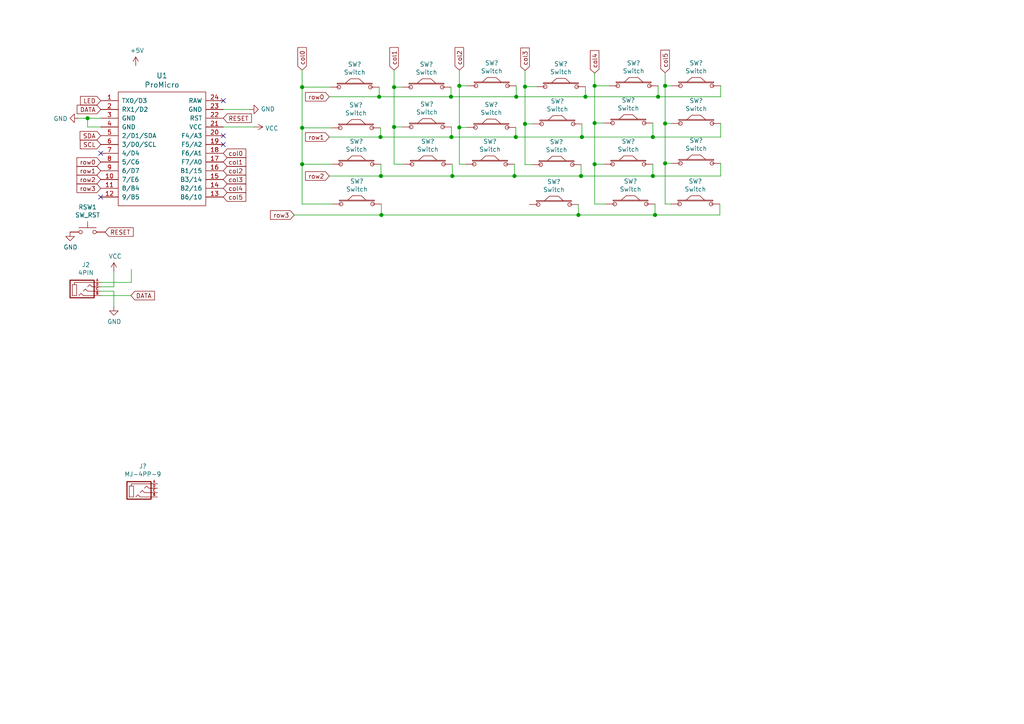
<source format=kicad_sch>
(kicad_sch (version 20210125) (generator eeschema)
  (paper "A4")
  (lib_symbols
    (symbol "kbd:MJ-4PP-9" (pin_names (offset 1.016))
      (property "Reference" "J" (at 0 3.81 0))
      (property "Value" "MJ-4PP-9" (at 0 -3.81 0))
      (symbol "MJ-4PP-9_0_1"
        (rectangle (start -1.905 -1.905) (end -3.175 1.27))
        (rectangle (start 3.175 2.54) (end -3.81 -2.54) (stroke (width 0.3048)))
        (polyline (pts (xy -2.54 1.27) (xy -2.54 1.905) (xy 3.175 1.905)))
        (polyline (pts (xy -1.27 -1.905) (xy -0.635 -1.27) (xy 0 -1.905) (xy 3.175 -1.905)))
        (polyline (pts (xy 0 -0.635) (xy 0.635 0) (xy 1.27 -0.635) (xy 3.175 -0.635)))
        (polyline (pts (xy 1.27 0.635) (xy 1.905 1.27) (xy 2.54 0.635) (xy 3.175 0.635)))
      )
      (symbol "MJ-4PP-9_1_1"
        (pin input line (at 5.08 1.905 180) (length 2.0066) (name "~") (number "A"))
        (pin input line (at 5.08 -1.905 180) (length 2.0066) (name "~") (number "B"))
        (pin input line (at 5.08 -0.635 180) (length 2.0066) (name "~") (number "C"))
        (pin input line (at 5.08 0.635 180) (length 2.0066) (name "~") (number "D"))
      )
    )
    (symbol "kbd:ProMicro" (pin_names (offset 1.016))
      (property "Reference" "U" (at 0 19.05 0))
      (property "Value" "ProMicro" (at 0 -19.05 0))
      (symbol "ProMicro_0_1"
        (rectangle (start -12.7 16.51) (end 12.7 -16.51))
      )
      (symbol "ProMicro_1_1"
        (pin bidirectional line (at -17.78 13.97 0) (length 5.08) (name "TX0/D3") (number "1"))
        (pin bidirectional line (at -17.78 -8.89 0) (length 5.08) (name "7/E6") (number "10"))
        (pin bidirectional line (at -17.78 -11.43 0) (length 5.08) (name "8/B4") (number "11"))
        (pin bidirectional line (at -17.78 -13.97 0) (length 5.08) (name "9/B5") (number "12"))
        (pin bidirectional line (at 17.78 -13.97 180) (length 5.08) (name "B6/10") (number "13"))
        (pin bidirectional line (at 17.78 -11.43 180) (length 5.08) (name "B2/16") (number "14"))
        (pin bidirectional line (at 17.78 -8.89 180) (length 5.08) (name "B3/14") (number "15"))
        (pin bidirectional line (at 17.78 -6.35 180) (length 5.08) (name "B1/15") (number "16"))
        (pin bidirectional line (at 17.78 -3.81 180) (length 5.08) (name "F7/A0") (number "17"))
        (pin bidirectional line (at 17.78 -1.27 180) (length 5.08) (name "F6/A1") (number "18"))
        (pin bidirectional line (at 17.78 1.27 180) (length 5.08) (name "F5/A2") (number "19"))
        (pin bidirectional line (at -17.78 11.43 0) (length 5.08) (name "RX1/D2") (number "2"))
        (pin bidirectional line (at 17.78 3.81 180) (length 5.08) (name "F4/A3") (number "20"))
        (pin power_in line (at 17.78 6.35 180) (length 5.08) (name "VCC") (number "21"))
        (pin input line (at 17.78 8.89 180) (length 5.08) (name "RST") (number "22"))
        (pin power_in line (at 17.78 11.43 180) (length 5.08) (name "GND") (number "23"))
        (pin power_out line (at 17.78 13.97 180) (length 5.08) (name "RAW") (number "24"))
        (pin power_in line (at -17.78 8.89 0) (length 5.08) (name "GND") (number "3"))
        (pin power_in line (at -17.78 6.35 0) (length 5.08) (name "GND") (number "4"))
        (pin bidirectional line (at -17.78 3.81 0) (length 5.08) (name "2/D1/SDA") (number "5"))
        (pin bidirectional line (at -17.78 1.27 0) (length 5.08) (name "3/D0/SCL") (number "6"))
        (pin bidirectional line (at -17.78 -1.27 0) (length 5.08) (name "4/D4") (number "7"))
        (pin bidirectional line (at -17.78 -3.81 0) (length 5.08) (name "5/C6") (number "8"))
        (pin bidirectional line (at -17.78 -6.35 0) (length 5.08) (name "6/D7") (number "9"))
      )
    )
    (symbol "rta80:Switch" (pin_names (offset 1.016))
      (property "Reference" "SW" (at 2.54 3.81 0))
      (property "Value" "Switch" (at 3.048 -0.889 0))
      (symbol "Switch_0_1"
        (circle (center -4.572 1.397) (radius 0.5334))
        (rectangle (start -5.08 2.54) (end 5.08 2.286))
        (polyline (pts (xy -2.667 2.54) (xy -1.27 3.81) (xy 1.27 3.81) (xy 2.667 2.54) (xy 2.54 2.54)))
      )
      (symbol "Switch_1_1"
        (circle (center 4.572 1.397) (radius 0.5334))
        (pin input line (at -7.112 1.397 0) (length 2.54) (name "~") (number "~"))
        (pin output line (at 7.112 1.397 180) (length 2.54) (name "~") (number "~"))
      )
    )
    (symbol "rtarne-rescue:+5V-power" (power) (pin_names (offset 0))
      (property "Value" "+5V-power" (at 0 3.556 0))
      (symbol "+5V-power_0_1"
        (polyline (pts (xy -0.762 1.27) (xy 0 2.54)))
        (polyline (pts (xy 0 0) (xy 0 2.54)))
        (polyline (pts (xy 0 2.54) (xy 0.762 1.27)))
      )
      (symbol "+5V-power_1_1"
        (pin power_in line (at 0 0 90) (length 0) hide (name "+5V") (number "1"))
      )
    )
    (symbol "rtarne-rescue:GND-power" (power) (pin_names (offset 0))
      (property "Value" "GND-power" (at 0 -3.81 0))
      (symbol "GND-power_0_1"
        (polyline (pts (xy 0 0) (xy 0 -1.27) (xy 1.27 -1.27) (xy 0 -2.54) (xy -1.27 -1.27) (xy 0 -1.27)))
      )
      (symbol "GND-power_1_1"
        (pin power_in line (at 0 0 270) (length 0) hide (name "GND") (number "1"))
      )
    )
    (symbol "rtarne-rescue:SW_Push-Switch" (pin_numbers hide) (pin_names (offset 1.016) hide)
      (property "Reference" "SW" (at 1.27 2.54 0))
      (property "Value" "SW_Push-Switch" (at 0 -1.524 0))
      (symbol "SW_Push-Switch_0_1"
        (circle (center -2.032 0) (radius 0.508))
        (circle (center 2.032 0) (radius 0.508))
        (polyline (pts (xy 0 1.27) (xy 0 3.048)))
        (polyline (pts (xy 2.54 1.27) (xy -2.54 1.27)))
        (pin passive line (at -5.08 0 0) (length 2.54) (name "1") (number "1"))
        (pin passive line (at 5.08 0 180) (length 2.54) (name "2") (number "2"))
      )
    )
    (symbol "rtarne-rescue:VCC-power" (power) (pin_names (offset 0))
      (property "Value" "VCC-power" (at 0 3.81 0))
      (symbol "VCC-power_0_1"
        (polyline (pts (xy -0.762 1.27) (xy 0 2.54)))
        (polyline (pts (xy 0 0) (xy 0 2.54)))
        (polyline (pts (xy 0 2.54) (xy 0.762 1.27)))
      )
      (symbol "VCC-power_1_1"
        (pin power_in line (at 0 0 90) (length 0) hide (name "VCC") (number "1"))
      )
    )
  )
  (junction (at 25.4 34.29) (diameter 1.016))
  (junction (at 87.63 25.273) (diameter 1.016))
  (junction (at 87.63 37.084) (diameter 1.016))
  (junction (at 87.63 47.625) (diameter 1.016))
  (junction (at 109.982 28.067) (diameter 1.016))
  (junction (at 110.363 39.751) (diameter 1.016))
  (junction (at 110.49 51.054) (diameter 1.016))
  (junction (at 110.617 62.357) (diameter 1.016))
  (junction (at 114.3 25.273) (diameter 1.016))
  (junction (at 114.3 36.83) (diameter 1.016))
  (junction (at 130.81 28.067) (diameter 1.016))
  (junction (at 130.937 39.751) (diameter 1.016))
  (junction (at 131.191 51.054) (diameter 1.016))
  (junction (at 133.223 24.892) (diameter 1.016))
  (junction (at 133.223 36.957) (diameter 1.016))
  (junction (at 149.225 51.054) (diameter 1.016))
  (junction (at 149.606 39.751) (diameter 1.016))
  (junction (at 149.733 28.067) (diameter 1.016))
  (junction (at 152.273 25.146) (diameter 1.016))
  (junction (at 152.273 35.941) (diameter 1.016))
  (junction (at 167.767 62.357) (diameter 1.016))
  (junction (at 168.529 51.054) (diameter 1.016))
  (junction (at 168.783 39.751) (diameter 1.016))
  (junction (at 169.799 28.067) (diameter 1.016))
  (junction (at 172.466 24.892) (diameter 1.016))
  (junction (at 172.466 35.687) (diameter 1.016))
  (junction (at 172.466 47.625) (diameter 1.016))
  (junction (at 189.357 39.751) (diameter 1.016))
  (junction (at 189.357 51.054) (diameter 1.016))
  (junction (at 189.992 62.357) (diameter 1.016))
  (junction (at 190.881 28.067) (diameter 1.016))
  (junction (at 192.913 24.892) (diameter 1.016))
  (junction (at 192.913 35.814) (diameter 1.016))
  (junction (at 192.913 47.371) (diameter 1.016))
  (no_connect (at 29.21 44.45))
  (no_connect (at 29.21 57.15))
  (no_connect (at 64.77 29.21))
  (no_connect (at 64.77 39.37))
  (no_connect (at 64.77 41.91))
  (wire (pts (xy 22.86 34.29) (xy 25.4 34.29)))
  (wire (pts (xy 25.4 34.29) (xy 29.21 34.29)))
  (wire (pts (xy 25.4 36.83) (xy 25.4 34.29)))
  (wire (pts (xy 29.21 36.83) (xy 25.4 36.83)))
  (wire (pts (xy 29.21 81.915) (xy 38.1 81.915)))
  (wire (pts (xy 29.21 83.185) (xy 33.02 83.185)))
  (wire (pts (xy 29.21 84.455) (xy 33.02 84.455)))
  (wire (pts (xy 29.21 85.725) (xy 37.973 85.725)))
  (wire (pts (xy 33.02 83.185) (xy 33.02 78.74)))
  (wire (pts (xy 33.02 84.455) (xy 33.02 88.9)))
  (wire (pts (xy 38.1 81.915) (xy 38.1 78.105)))
  (wire (pts (xy 64.77 31.75) (xy 72.39 31.75)))
  (wire (pts (xy 64.77 36.83) (xy 73.66 36.83)))
  (wire (pts (xy 85.344 62.357) (xy 110.617 62.357)))
  (wire (pts (xy 87.63 20.32) (xy 87.63 25.273)))
  (wire (pts (xy 87.63 25.273) (xy 87.63 37.084)))
  (wire (pts (xy 87.63 25.273) (xy 95.758 25.273)))
  (wire (pts (xy 87.63 37.084) (xy 87.63 47.625)))
  (wire (pts (xy 87.63 37.084) (xy 96.139 37.084)))
  (wire (pts (xy 87.63 47.625) (xy 87.63 59.182)))
  (wire (pts (xy 87.63 47.625) (xy 96.266 47.625)))
  (wire (pts (xy 95.504 28.067) (xy 109.982 28.067)))
  (wire (pts (xy 95.504 39.751) (xy 110.363 39.751)))
  (wire (pts (xy 95.504 51.054) (xy 110.49 51.054)))
  (wire (pts (xy 96.393 59.182) (xy 87.63 59.182)))
  (wire (pts (xy 109.982 25.273) (xy 109.982 28.067)))
  (wire (pts (xy 109.982 28.067) (xy 130.81 28.067)))
  (wire (pts (xy 110.363 37.084) (xy 110.363 39.751)))
  (wire (pts (xy 110.363 39.751) (xy 130.937 39.751)))
  (wire (pts (xy 110.49 47.625) (xy 110.49 51.054)))
  (wire (pts (xy 110.49 51.054) (xy 131.191 51.054)))
  (wire (pts (xy 110.617 59.182) (xy 110.617 62.357)))
  (wire (pts (xy 110.617 62.357) (xy 167.767 62.357)))
  (wire (pts (xy 114.3 20.32) (xy 114.3 25.273)))
  (wire (pts (xy 114.3 25.273) (xy 114.3 36.83)))
  (wire (pts (xy 114.3 25.273) (xy 116.586 25.273)))
  (wire (pts (xy 114.3 36.83) (xy 114.3 47.625)))
  (wire (pts (xy 114.3 36.83) (xy 116.713 36.83)))
  (wire (pts (xy 116.967 47.625) (xy 114.3 47.625)))
  (wire (pts (xy 130.81 25.273) (xy 130.81 28.067)))
  (wire (pts (xy 130.81 28.067) (xy 149.733 28.067)))
  (wire (pts (xy 130.937 36.83) (xy 130.937 39.751)))
  (wire (pts (xy 130.937 39.751) (xy 149.606 39.751)))
  (wire (pts (xy 131.191 47.625) (xy 131.191 51.054)))
  (wire (pts (xy 131.191 51.054) (xy 149.225 51.054)))
  (wire (pts (xy 133.223 20.32) (xy 133.223 24.892)))
  (wire (pts (xy 133.223 24.892) (xy 133.223 36.957)))
  (wire (pts (xy 133.223 24.892) (xy 135.509 24.892)))
  (wire (pts (xy 133.223 36.957) (xy 133.223 47.625)))
  (wire (pts (xy 133.223 36.957) (xy 135.382 36.957)))
  (wire (pts (xy 135.001 47.625) (xy 133.223 47.625)))
  (wire (pts (xy 149.225 47.625) (xy 149.225 51.054)))
  (wire (pts (xy 149.225 51.054) (xy 168.529 51.054)))
  (wire (pts (xy 149.606 36.957) (xy 149.606 39.751)))
  (wire (pts (xy 149.606 39.751) (xy 168.783 39.751)))
  (wire (pts (xy 149.733 24.892) (xy 149.733 28.067)))
  (wire (pts (xy 149.733 28.067) (xy 169.799 28.067)))
  (wire (pts (xy 152.273 20.447) (xy 152.273 25.146)))
  (wire (pts (xy 152.273 25.146) (xy 152.273 35.941)))
  (wire (pts (xy 152.273 35.941) (xy 152.273 47.752)))
  (wire (pts (xy 152.273 35.941) (xy 154.559 35.941)))
  (wire (pts (xy 154.305 47.752) (xy 152.273 47.752)))
  (wire (pts (xy 155.575 25.146) (xy 152.273 25.146)))
  (wire (pts (xy 167.767 59.309) (xy 167.767 62.357)))
  (wire (pts (xy 167.767 62.357) (xy 189.992 62.357)))
  (wire (pts (xy 168.529 47.752) (xy 168.529 51.054)))
  (wire (pts (xy 168.529 51.054) (xy 189.357 51.054)))
  (wire (pts (xy 168.783 35.941) (xy 168.783 39.751)))
  (wire (pts (xy 168.783 39.751) (xy 189.357 39.751)))
  (wire (pts (xy 169.799 25.146) (xy 169.799 28.067)))
  (wire (pts (xy 169.799 28.067) (xy 190.881 28.067)))
  (wire (pts (xy 172.466 21.209) (xy 172.466 24.892)))
  (wire (pts (xy 172.466 24.892) (xy 172.466 35.687)))
  (wire (pts (xy 172.466 35.687) (xy 172.466 47.625)))
  (wire (pts (xy 172.466 35.687) (xy 175.133 35.687)))
  (wire (pts (xy 172.466 47.625) (xy 172.466 59.182)))
  (wire (pts (xy 175.133 47.625) (xy 172.466 47.625)))
  (wire (pts (xy 175.768 59.182) (xy 172.466 59.182)))
  (wire (pts (xy 176.657 24.892) (xy 172.466 24.892)))
  (wire (pts (xy 189.357 35.687) (xy 189.357 39.751)))
  (wire (pts (xy 189.357 39.751) (xy 209.042 39.751)))
  (wire (pts (xy 189.357 47.625) (xy 189.357 51.054)))
  (wire (pts (xy 189.357 51.054) (xy 209.042 51.054)))
  (wire (pts (xy 189.992 59.182) (xy 189.992 62.357)))
  (wire (pts (xy 189.992 62.357) (xy 208.788 62.357)))
  (wire (pts (xy 190.881 24.892) (xy 190.881 28.067)))
  (wire (pts (xy 190.881 28.067) (xy 209.042 28.067)))
  (wire (pts (xy 192.913 21.082) (xy 192.913 24.892)))
  (wire (pts (xy 192.913 24.892) (xy 192.913 35.814)))
  (wire (pts (xy 192.913 24.892) (xy 194.818 24.892)))
  (wire (pts (xy 192.913 35.814) (xy 192.913 47.371)))
  (wire (pts (xy 192.913 35.814) (xy 194.818 35.814)))
  (wire (pts (xy 192.913 47.371) (xy 192.913 59.182)))
  (wire (pts (xy 194.564 59.182) (xy 192.913 59.182)))
  (wire (pts (xy 194.818 47.371) (xy 192.913 47.371)))
  (wire (pts (xy 208.788 59.182) (xy 208.788 62.357)))
  (wire (pts (xy 209.042 24.892) (xy 209.042 28.067)))
  (wire (pts (xy 209.042 35.814) (xy 209.042 39.751)))
  (wire (pts (xy 209.042 47.371) (xy 209.042 51.054)))
  (global_label "LED" (shape input) (at 29.21 29.21 180) (property "Intersheet References" "${INTERSHEET_REFS}" (effects hide)))
  (global_label "DATA" (shape input) (at 29.21 31.75 180) (property "Intersheet References" "${INTERSHEET_REFS}" (effects hide)))
  (global_label "SDA" (shape input) (at 29.21 39.37 180) (property "Intersheet References" "${INTERSHEET_REFS}" (effects hide)))
  (global_label "SCL" (shape input) (at 29.21 41.91 180) (property "Intersheet References" "${INTERSHEET_REFS}" (effects hide)))
  (global_label "row0" (shape input) (at 29.21 46.99 180) (property "Intersheet References" "${INTERSHEET_REFS}" (effects hide)))
  (global_label "row1" (shape input) (at 29.21 49.53 180) (property "Intersheet References" "${INTERSHEET_REFS}" (effects hide)))
  (global_label "row2" (shape input) (at 29.21 52.07 180) (property "Intersheet References" "${INTERSHEET_REFS}" (effects hide)))
  (global_label "row3" (shape input) (at 29.21 54.61 180) (property "Intersheet References" "${INTERSHEET_REFS}" (effects hide)))
  (global_label "RESET" (shape input) (at 30.48 67.31 0) (property "Intersheet References" "${INTERSHEET_REFS}" (effects hide)))
  (global_label "DATA" (shape input) (at 37.973 85.725 0) (property "Intersheet References" "${INTERSHEET_REFS}" (effects hide)))
  (global_label "RESET" (shape input) (at 64.77 34.29 0) (property "Intersheet References" "${INTERSHEET_REFS}" (effects hide)))
  (global_label "col0" (shape input) (at 64.77 44.45 0) (property "Intersheet References" "${INTERSHEET_REFS}" (effects hide)))
  (global_label "col1" (shape input) (at 64.77 46.99 0) (property "Intersheet References" "${INTERSHEET_REFS}" (effects hide)))
  (global_label "col2" (shape input) (at 64.77 49.53 0) (property "Intersheet References" "${INTERSHEET_REFS}" (effects hide)))
  (global_label "col3" (shape input) (at 64.77 52.07 0) (property "Intersheet References" "${INTERSHEET_REFS}" (effects hide)))
  (global_label "col4" (shape input) (at 64.77 54.61 0) (property "Intersheet References" "${INTERSHEET_REFS}" (effects hide)))
  (global_label "col5" (shape input) (at 64.77 57.15 0) (property "Intersheet References" "${INTERSHEET_REFS}" (effects hide)))
  (global_label "row3" (shape input) (at 85.344 62.357 180) (property "Intersheet References" "${INTERSHEET_REFS}" (effects hide)))
  (global_label "col0" (shape input) (at 87.63 20.32 90) (property "Intersheet References" "${INTERSHEET_REFS}" (effects hide)))
  (global_label "row0" (shape input) (at 95.504 28.067 180) (property "Intersheet References" "${INTERSHEET_REFS}" (effects hide)))
  (global_label "row1" (shape input) (at 95.504 39.751 180) (property "Intersheet References" "${INTERSHEET_REFS}" (effects hide)))
  (global_label "row2" (shape input) (at 95.504 51.054 180) (property "Intersheet References" "${INTERSHEET_REFS}" (effects hide)))
  (global_label "col1" (shape input) (at 114.3 20.32 90) (property "Intersheet References" "${INTERSHEET_REFS}" (effects hide)))
  (global_label "col2" (shape input) (at 133.223 20.32 90) (property "Intersheet References" "${INTERSHEET_REFS}" (effects hide)))
  (global_label "col3" (shape input) (at 152.273 20.447 90) (property "Intersheet References" "${INTERSHEET_REFS}" (effects hide)))
  (global_label "col4" (shape input) (at 172.466 21.209 90) (property "Intersheet References" "${INTERSHEET_REFS}" (effects hide)))
  (global_label "col5" (shape input) (at 192.913 21.082 90) (property "Intersheet References" "${INTERSHEET_REFS}" (effects hide)))
  (symbol (lib_id "rtarne-rescue:VCC-power") (at 33.02 78.74 0) (unit 1)
    (property "Reference" "#PWR?" (effects hide))
    (property "Value" "VCC" (at 33.401 74.3458 0))
  )
  (symbol (lib_id "rtarne-rescue:+5V-power") (at 39.37 19.05 0) (unit 1)
    (property "Reference" "#PWR?" (effects hide))
    (property "Value" "+5V" (at 39.751 14.6558 0))
  )
  (symbol (lib_id "rtarne-rescue:VCC-power") (at 73.66 36.83 270) (unit 1)
    (property "Reference" "#PWR?" (effects hide))
    (property "Value" "VCC" (at 76.9112 37.211 90) (effects (justify left)))
  )
  (symbol (lib_id "rtarne-rescue:GND-power") (at 20.32 67.31 0) (unit 1)
    (property "Reference" "#PWR?" (effects hide))
    (property "Value" "GND" (at 20.447 71.7042 0))
  )
  (symbol (lib_id "rtarne-rescue:GND-power") (at 22.86 34.29 270) (unit 1)
    (property "Reference" "#PWR?" (effects hide))
    (property "Value" "GND" (at 19.6088 34.417 90) (effects (justify right)))
  )
  (symbol (lib_id "rtarne-rescue:GND-power") (at 33.02 88.9 0) (unit 1)
    (property "Reference" "#PWR?" (effects hide))
    (property "Value" "GND" (at 33.147 93.2942 0))
  )
  (symbol (lib_id "rtarne-rescue:GND-power") (at 72.39 31.75 90) (unit 1)
    (property "Reference" "#PWR?" (effects hide))
    (property "Value" "GND" (at 75.6412 31.623 90) (effects (justify right)))
  )
  (symbol (lib_id "rtarne-rescue:SW_Push-Switch") (at 25.4 67.31 0) (unit 1)
    (property "Reference" "RSW1" (at 25.4 60.071 0))
    (property "Value" "SW_RST" (at 25.4 62.3824 0))
  )
  (symbol (lib_id "rta80:Switch") (at 102.87 26.67 0) (unit 1)
    (property "Reference" "SW?" (at 102.87 18.669 0))
    (property "Value" "Switch" (at 102.87 20.9804 0))
  )
  (symbol (lib_id "rta80:Switch") (at 103.251 38.481 0) (unit 1)
    (property "Reference" "SW?" (at 103.251 30.48 0))
    (property "Value" "Switch" (at 103.251 32.7914 0))
    (property "Footprint" "RTA-80:SW_RTA80" (effects hide))
  )
  (symbol (lib_id "rta80:Switch") (at 103.378 49.022 0) (unit 1)
    (property "Reference" "SW?" (at 103.378 41.021 0))
    (property "Value" "Switch" (at 103.378 43.3324 0))
    (property "Footprint" "RTA-80:SW_RTA80" (effects hide))
  )
  (symbol (lib_id "rta80:Switch") (at 103.505 60.579 0) (unit 1)
    (property "Reference" "SW?" (at 103.505 52.578 0))
    (property "Value" "Switch" (at 103.505 54.8894 0))
    (property "Footprint" "RTA-80:SW_RTA80" (effects hide))
  )
  (symbol (lib_id "rta80:Switch") (at 123.698 26.67 0) (unit 1)
    (property "Reference" "SW?" (at 123.698 18.669 0))
    (property "Value" "Switch" (at 123.698 20.9804 0))
  )
  (symbol (lib_id "rta80:Switch") (at 123.825 38.227 0) (unit 1)
    (property "Reference" "SW?" (at 123.825 30.226 0))
    (property "Value" "Switch" (at 123.825 32.5374 0))
    (property "Footprint" "RTA-80:SW_RTA80" (effects hide))
  )
  (symbol (lib_id "rta80:Switch") (at 124.079 49.022 0) (unit 1)
    (property "Reference" "SW?" (at 124.079 41.021 0))
    (property "Value" "Switch" (at 124.079 43.3324 0))
    (property "Footprint" "RTA-80:SW_RTA80" (effects hide))
  )
  (symbol (lib_id "rta80:Switch") (at 142.113 49.022 0) (unit 1)
    (property "Reference" "SW?" (at 142.113 41.021 0))
    (property "Value" "Switch" (at 142.113 43.3324 0))
    (property "Footprint" "RTA-80:SW_RTA80" (effects hide))
  )
  (symbol (lib_id "rta80:Switch") (at 142.494 38.354 0) (unit 1)
    (property "Reference" "SW?" (at 142.494 30.353 0))
    (property "Value" "Switch" (at 142.494 32.6644 0))
    (property "Footprint" "RTA-80:SW_RTA80" (effects hide))
  )
  (symbol (lib_id "rta80:Switch") (at 142.621 26.289 0) (unit 1)
    (property "Reference" "SW?" (at 142.621 18.288 0))
    (property "Value" "Switch" (at 142.621 20.5994 0))
    (property "Footprint" "RTA-80:SW_RTA80" (effects hide))
  )
  (symbol (lib_id "rta80:Switch") (at 160.655 60.706 0) (unit 1)
    (property "Reference" "SW?" (at 160.655 52.705 0))
    (property "Value" "Switch" (at 160.655 55.0164 0))
    (property "Footprint" "RTA-80:SW_RTA80" (effects hide))
  )
  (symbol (lib_id "rta80:Switch") (at 161.417 49.149 0) (unit 1)
    (property "Reference" "SW?" (at 161.417 41.148 0))
    (property "Value" "Switch" (at 161.417 43.4594 0))
    (property "Footprint" "RTA-80:SW_RTA80" (effects hide))
  )
  (symbol (lib_id "rta80:Switch") (at 161.671 37.338 0) (unit 1)
    (property "Reference" "SW?" (at 161.671 29.337 0))
    (property "Value" "Switch" (at 161.671 31.6484 0))
    (property "Footprint" "RTA-80:SW_RTA80" (effects hide))
  )
  (symbol (lib_id "rta80:Switch") (at 162.687 26.543 0) (unit 1)
    (property "Reference" "SW?" (at 162.687 18.542 0))
    (property "Value" "Switch" (at 162.687 20.8534 0))
    (property "Footprint" "RTA-80:SW_RTA80" (effects hide))
  )
  (symbol (lib_id "rta80:Switch") (at 182.245 37.084 0) (unit 1)
    (property "Reference" "SW?" (at 182.245 29.083 0))
    (property "Value" "Switch" (at 182.245 31.3944 0))
    (property "Footprint" "RTA-80:SW_RTA80" (effects hide))
  )
  (symbol (lib_id "rta80:Switch") (at 182.245 49.022 0) (unit 1)
    (property "Reference" "SW?" (at 182.245 41.021 0))
    (property "Value" "Switch" (at 182.245 43.3324 0))
    (property "Footprint" "RTA-80:SW_RTA80" (effects hide))
  )
  (symbol (lib_id "rta80:Switch") (at 182.88 60.579 0) (unit 1)
    (property "Reference" "SW?" (at 182.88 52.578 0))
    (property "Value" "Switch" (at 182.88 54.8894 0))
    (property "Footprint" "RTA-80:SW_RTA80" (effects hide))
  )
  (symbol (lib_id "rta80:Switch") (at 183.769 26.289 0) (unit 1)
    (property "Reference" "SW?" (at 183.769 18.288 0))
    (property "Value" "Switch" (at 183.769 20.5994 0))
    (property "Footprint" "RTA-80:SW_RTA80" (effects hide))
  )
  (symbol (lib_id "rta80:Switch") (at 201.676 60.579 0) (unit 1)
    (property "Reference" "SW?" (at 201.676 52.578 0))
    (property "Value" "Switch" (at 201.676 54.8894 0))
    (property "Footprint" "RTA-80:SW_RTA80" (effects hide))
  )
  (symbol (lib_id "rta80:Switch") (at 201.93 26.289 0) (unit 1)
    (property "Reference" "SW?" (at 201.93 18.288 0))
    (property "Value" "Switch" (at 201.93 20.5994 0))
    (property "Footprint" "RTA-80:SW_RTA80" (effects hide))
  )
  (symbol (lib_id "rta80:Switch") (at 201.93 37.211 0) (unit 1)
    (property "Reference" "SW?" (at 201.93 29.21 0))
    (property "Value" "Switch" (at 201.93 31.5214 0))
    (property "Footprint" "RTA-80:SW_RTA80" (effects hide))
  )
  (symbol (lib_id "rta80:Switch") (at 201.93 48.768 0) (unit 1)
    (property "Reference" "SW?" (at 201.93 40.767 0))
    (property "Value" "Switch" (at 201.93 43.0784 0))
    (property "Footprint" "RTA-80:SW_RTA80" (effects hide))
  )
  (symbol (lib_id "kbd:MJ-4PP-9") (at 24.13 83.82 0) (unit 1)
    (property "Reference" "J2" (at 24.9174 76.8096 0))
    (property "Value" "4PIN" (at 24.9174 79.121 0))
  )
  (symbol (lib_id "kbd:MJ-4PP-9") (at 40.64 142.24 0) (unit 1)
    (property "Reference" "J?" (at 41.4274 135.2296 0))
    (property "Value" "MJ-4PP-9" (at 41.4274 137.541 0))
  )
  (symbol (lib_id "kbd:ProMicro") (at 46.99 43.18 0) (unit 1)
    (property "Reference" "U1" (at 46.99 21.9202 0) (effects (font (size 1.524 1.524))))
    (property "Value" "ProMicro" (at 46.99 24.6126 0) (effects (font (size 1.524 1.524))))
  )
)
</source>
